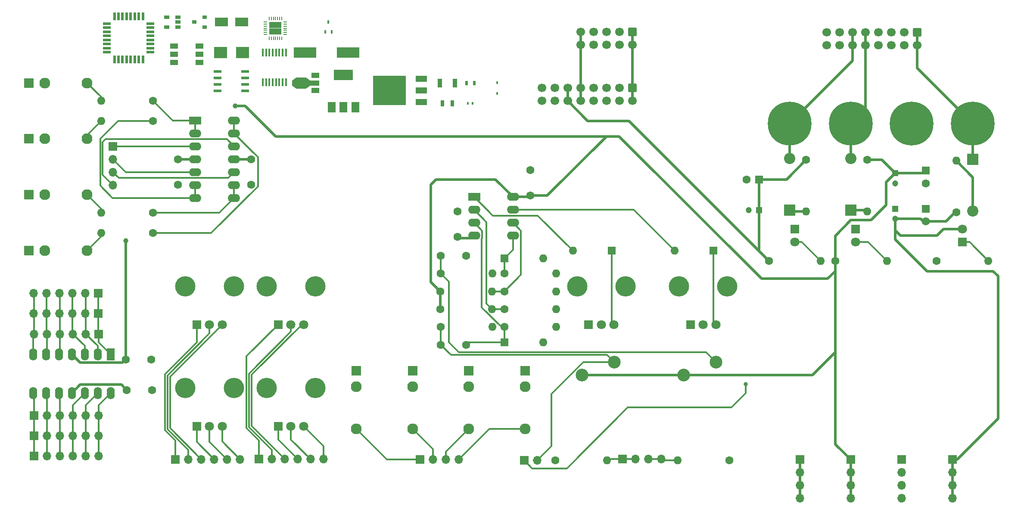
<source format=gtl>
G04 #@! TF.GenerationSoftware,KiCad,Pcbnew,8.0.5*
G04 #@! TF.CreationDate,2024-11-03T10:01:33+01:00*
G04 #@! TF.ProjectId,euro-mate,6575726f-2d6d-4617-9465-2e6b69636164,rev?*
G04 #@! TF.SameCoordinates,Original*
G04 #@! TF.FileFunction,Copper,L1,Top*
G04 #@! TF.FilePolarity,Positive*
%FSLAX46Y46*%
G04 Gerber Fmt 4.6, Leading zero omitted, Abs format (unit mm)*
G04 Created by KiCad (PCBNEW 8.0.5) date 2024-11-03 10:01:33*
%MOMM*%
%LPD*%
G01*
G04 APERTURE LIST*
G04 Aperture macros list*
%AMRoundRect*
0 Rectangle with rounded corners*
0 $1 Rounding radius*
0 $2 $3 $4 $5 $6 $7 $8 $9 X,Y pos of 4 corners*
0 Add a 4 corners polygon primitive as box body*
4,1,4,$2,$3,$4,$5,$6,$7,$8,$9,$2,$3,0*
0 Add four circle primitives for the rounded corners*
1,1,$1+$1,$2,$3*
1,1,$1+$1,$4,$5*
1,1,$1+$1,$6,$7*
1,1,$1+$1,$8,$9*
0 Add four rect primitives between the rounded corners*
20,1,$1+$1,$2,$3,$4,$5,0*
20,1,$1+$1,$4,$5,$6,$7,0*
20,1,$1+$1,$6,$7,$8,$9,0*
20,1,$1+$1,$8,$9,$2,$3,0*%
%AMOutline4P*
0 Free polygon, 4 corners , with rotation*
0 The origin of the aperture is its center*
0 number of corners: always 4*
0 $1 to $8 corner X, Y*
0 $9 Rotation angle, in degrees counterclockwise*
0 create outline with 4 corners*
4,1,4,$1,$2,$3,$4,$5,$6,$7,$8,$1,$2,$9*%
G04 Aperture macros list end*
G04 #@! TA.AperFunction,ComponentPad*
%ADD10C,1.600000*%
G04 #@! TD*
G04 #@! TA.AperFunction,ComponentPad*
%ADD11O,1.600000X1.600000*%
G04 #@! TD*
G04 #@! TA.AperFunction,ComponentPad*
%ADD12R,1.830000X1.930000*%
G04 #@! TD*
G04 #@! TA.AperFunction,ComponentPad*
%ADD13C,2.130000*%
G04 #@! TD*
G04 #@! TA.AperFunction,SMDPad,CuDef*
%ADD14R,0.450000X0.700000*%
G04 #@! TD*
G04 #@! TA.AperFunction,ComponentPad*
%ADD15R,1.700000X1.700000*%
G04 #@! TD*
G04 #@! TA.AperFunction,ComponentPad*
%ADD16O,1.700000X1.700000*%
G04 #@! TD*
G04 #@! TA.AperFunction,ComponentPad*
%ADD17R,1.930000X1.830000*%
G04 #@! TD*
G04 #@! TA.AperFunction,SMDPad,CuDef*
%ADD18R,2.500000X2.300000*%
G04 #@! TD*
G04 #@! TA.AperFunction,ComponentPad*
%ADD19C,2.500000*%
G04 #@! TD*
G04 #@! TA.AperFunction,SMDPad,CuDef*
%ADD20R,0.900000X0.800000*%
G04 #@! TD*
G04 #@! TA.AperFunction,ComponentPad*
%ADD21R,2.200000X2.200000*%
G04 #@! TD*
G04 #@! TA.AperFunction,ComponentPad*
%ADD22O,2.200000X2.200000*%
G04 #@! TD*
G04 #@! TA.AperFunction,ComponentPad*
%ADD23RoundRect,0.250000X-0.600000X0.600000X-0.600000X-0.600000X0.600000X-0.600000X0.600000X0.600000X0*%
G04 #@! TD*
G04 #@! TA.AperFunction,ComponentPad*
%ADD24C,1.700000*%
G04 #@! TD*
G04 #@! TA.AperFunction,SMDPad,CuDef*
%ADD25R,0.900000X1.700000*%
G04 #@! TD*
G04 #@! TA.AperFunction,ComponentPad*
%ADD26R,1.600000X1.600000*%
G04 #@! TD*
G04 #@! TA.AperFunction,SMDPad,CuDef*
%ADD27R,1.500000X2.000000*%
G04 #@! TD*
G04 #@! TA.AperFunction,SMDPad,CuDef*
%ADD28R,3.800000X2.000000*%
G04 #@! TD*
G04 #@! TA.AperFunction,SMDPad,CuDef*
%ADD29R,0.200000X0.800000*%
G04 #@! TD*
G04 #@! TA.AperFunction,SMDPad,CuDef*
%ADD30R,0.800000X0.200000*%
G04 #@! TD*
G04 #@! TA.AperFunction,SMDPad,CuDef*
%ADD31R,1.200000X1.200000*%
G04 #@! TD*
G04 #@! TA.AperFunction,SMDPad,CuDef*
%ADD32R,1.500000X1.000000*%
G04 #@! TD*
G04 #@! TA.AperFunction,SMDPad,CuDef*
%ADD33R,1.800000X1.000000*%
G04 #@! TD*
G04 #@! TA.AperFunction,SMDPad,CuDef*
%ADD34Outline4P,-1.100000X-0.500000X1.100000X-0.500000X0.400000X0.500000X-0.400000X0.500000X270.000000*%
G04 #@! TD*
G04 #@! TA.AperFunction,SMDPad,CuDef*
%ADD35R,1.840000X2.200000*%
G04 #@! TD*
G04 #@! TA.AperFunction,SMDPad,CuDef*
%ADD36Outline4P,-1.100000X-0.425000X1.100000X-0.425000X0.500000X0.425000X-0.500000X0.425000X90.000000*%
G04 #@! TD*
G04 #@! TA.AperFunction,SMDPad,CuDef*
%ADD37R,1.060000X0.650000*%
G04 #@! TD*
G04 #@! TA.AperFunction,SMDPad,CuDef*
%ADD38R,0.700000X1.300000*%
G04 #@! TD*
G04 #@! TA.AperFunction,ComponentPad*
%ADD39R,1.800000X1.800000*%
G04 #@! TD*
G04 #@! TA.AperFunction,ComponentPad*
%ADD40C,1.800000*%
G04 #@! TD*
G04 #@! TA.AperFunction,SMDPad,CuDef*
%ADD41R,1.600000X0.550000*%
G04 #@! TD*
G04 #@! TA.AperFunction,SMDPad,CuDef*
%ADD42R,0.550000X1.600000*%
G04 #@! TD*
G04 #@! TA.AperFunction,ComponentPad*
%ADD43C,8.600000*%
G04 #@! TD*
G04 #@! TA.AperFunction,SMDPad,CuDef*
%ADD44R,1.550000X0.600000*%
G04 #@! TD*
G04 #@! TA.AperFunction,ComponentPad*
%ADD45R,1.200000X1.200000*%
G04 #@! TD*
G04 #@! TA.AperFunction,ComponentPad*
%ADD46C,1.200000*%
G04 #@! TD*
G04 #@! TA.AperFunction,ComponentPad*
%ADD47O,4.000000X4.000000*%
G04 #@! TD*
G04 #@! TA.AperFunction,SMDPad,CuDef*
%ADD48R,0.450000X1.500000*%
G04 #@! TD*
G04 #@! TA.AperFunction,ComponentPad*
%ADD49R,1.600000X2.400000*%
G04 #@! TD*
G04 #@! TA.AperFunction,ComponentPad*
%ADD50O,1.600000X2.400000*%
G04 #@! TD*
G04 #@! TA.AperFunction,ComponentPad*
%ADD51R,2.400000X1.600000*%
G04 #@! TD*
G04 #@! TA.AperFunction,ComponentPad*
%ADD52O,2.400000X1.600000*%
G04 #@! TD*
G04 #@! TA.AperFunction,SMDPad,CuDef*
%ADD53R,0.450000X0.600000*%
G04 #@! TD*
G04 #@! TA.AperFunction,SMDPad,CuDef*
%ADD54R,2.500000X1.800000*%
G04 #@! TD*
G04 #@! TA.AperFunction,SMDPad,CuDef*
%ADD55R,2.200000X1.200000*%
G04 #@! TD*
G04 #@! TA.AperFunction,SMDPad,CuDef*
%ADD56R,3.050000X2.750000*%
G04 #@! TD*
G04 #@! TA.AperFunction,SMDPad,CuDef*
%ADD57R,6.400000X5.800000*%
G04 #@! TD*
G04 #@! TA.AperFunction,SMDPad,CuDef*
%ADD58R,0.500000X0.900000*%
G04 #@! TD*
G04 #@! TA.AperFunction,SMDPad,CuDef*
%ADD59R,0.400000X0.600000*%
G04 #@! TD*
G04 #@! TA.AperFunction,SMDPad,CuDef*
%ADD60R,4.500000X2.000000*%
G04 #@! TD*
G04 #@! TA.AperFunction,SMDPad,CuDef*
%ADD61R,1.600000X1.000000*%
G04 #@! TD*
G04 #@! TA.AperFunction,ViaPad*
%ADD62C,1.000000*%
G04 #@! TD*
G04 #@! TA.AperFunction,ViaPad*
%ADD63C,0.800000*%
G04 #@! TD*
G04 #@! TA.AperFunction,Conductor*
%ADD64C,0.300000*%
G04 #@! TD*
G04 #@! TA.AperFunction,Conductor*
%ADD65C,0.500000*%
G04 #@! TD*
G04 APERTURE END LIST*
D10*
X82860000Y-90500000D03*
D11*
X72700000Y-90500000D03*
D12*
X58520000Y-76000000D03*
D13*
X69920000Y-76000000D03*
X61620000Y-76000000D03*
D10*
X82860000Y-94500000D03*
D11*
X72700000Y-94500000D03*
D10*
X157000000Y-87170000D03*
X157000000Y-82170000D03*
D14*
X116700000Y-55000000D03*
X118000000Y-55000000D03*
X117350000Y-53000000D03*
D15*
X220000000Y-139080000D03*
D16*
X220000000Y-141620000D03*
X220000000Y-144160000D03*
X220000000Y-146700000D03*
D17*
X144950000Y-121600000D03*
D13*
X144950000Y-133000000D03*
X144950000Y-124700000D03*
D18*
X96150000Y-59035000D03*
X100450000Y-59035000D03*
D19*
X187190000Y-122460000D03*
X193540000Y-119920000D03*
D10*
X77540000Y-119380000D03*
X82540000Y-119380000D03*
X139370000Y-106000000D03*
D11*
X149530000Y-106000000D03*
D20*
X93000000Y-54000000D03*
X93000000Y-52100000D03*
X91000000Y-53050000D03*
D10*
X139450000Y-116500000D03*
X144450000Y-116500000D03*
X151920000Y-109500000D03*
D11*
X162080000Y-109500000D03*
D21*
X244000000Y-80000000D03*
D22*
X244000000Y-90160000D03*
D23*
X177080000Y-55000000D03*
D24*
X177080000Y-57540000D03*
X174540000Y-55000000D03*
X174540000Y-57540000D03*
X172000000Y-55000000D03*
X172000000Y-57540000D03*
X169460000Y-55000000D03*
X169460000Y-57540000D03*
X166920000Y-55000000D03*
X166920000Y-57540000D03*
D25*
X139300000Y-65000000D03*
X142200000Y-65000000D03*
D15*
X155825000Y-139225000D03*
D16*
X158365000Y-139225000D03*
D26*
X202000000Y-84000000D03*
D10*
X199500000Y-84000000D03*
X142750000Y-90270000D03*
X142750000Y-95270000D03*
D15*
X135380000Y-139000000D03*
D16*
X137920000Y-139000000D03*
X140460000Y-139000000D03*
X143000000Y-139000000D03*
D26*
X173000000Y-98000000D03*
D11*
X165380000Y-98000000D03*
D21*
X220000000Y-90000000D03*
D22*
X220000000Y-79840000D03*
D10*
X151920000Y-106000000D03*
D11*
X162080000Y-106000000D03*
D27*
X118025000Y-69755000D03*
X120325000Y-69755000D03*
X122625000Y-69755000D03*
D28*
X120325000Y-63455000D03*
D10*
X240750000Y-90460000D03*
D11*
X240750000Y-80300000D03*
D15*
X59490000Y-130380000D03*
D16*
X62030000Y-130380000D03*
X64570000Y-130380000D03*
X67110000Y-130380000D03*
X69650000Y-130380000D03*
X72190000Y-130380000D03*
D10*
X139420000Y-113000000D03*
D11*
X149580000Y-113000000D03*
D23*
X233080000Y-55080000D03*
D24*
X233080000Y-57620000D03*
X230540000Y-55080000D03*
X230540000Y-57620000D03*
X228000000Y-55080000D03*
X228000000Y-57620000D03*
X225460000Y-55080000D03*
X225460000Y-57620000D03*
X222920000Y-55080000D03*
X222920000Y-57620000D03*
X220380000Y-55080000D03*
X220380000Y-57620000D03*
X217840000Y-55080000D03*
X217840000Y-57620000D03*
X215300000Y-55080000D03*
X215300000Y-57620000D03*
D26*
X193000000Y-98000000D03*
D11*
X185380000Y-98000000D03*
D29*
X105750000Y-56200000D03*
X106150000Y-56200000D03*
X106550000Y-56200000D03*
X106950000Y-56200000D03*
X107350000Y-56200000D03*
X107750000Y-56200000D03*
X108150000Y-56200000D03*
D30*
X108900000Y-55450000D03*
X108900000Y-55050000D03*
X108900000Y-54650000D03*
X108900000Y-54250000D03*
X108900000Y-53850000D03*
X108900000Y-53450000D03*
X108900000Y-53050000D03*
D29*
X108150000Y-52300000D03*
X107750000Y-52300000D03*
X107350000Y-52300000D03*
X106950000Y-52300000D03*
X106550000Y-52300000D03*
X106150000Y-52300000D03*
X105750000Y-52300000D03*
D30*
X105000000Y-53050000D03*
X105000000Y-53450000D03*
X105000000Y-53850000D03*
X105000000Y-54250000D03*
X105000000Y-54650000D03*
X105000000Y-55050000D03*
X105000000Y-55450000D03*
D31*
X106350000Y-54850000D03*
X107550000Y-54850000D03*
X106350000Y-53650000D03*
X107550000Y-53650000D03*
D10*
X236920000Y-100000000D03*
D11*
X247080000Y-100000000D03*
D32*
X114813500Y-66500000D03*
D33*
X114667000Y-65000000D03*
D34*
X113409700Y-65000000D03*
D35*
X112000000Y-65000000D03*
D36*
X110666500Y-65000000D03*
D32*
X114813500Y-63500000D03*
D37*
X87800000Y-54000000D03*
X87800000Y-53050000D03*
X87800000Y-52100000D03*
X85600000Y-52100000D03*
X85600000Y-54000000D03*
D12*
X58520000Y-65000000D03*
D13*
X69920000Y-65000000D03*
X61620000Y-65000000D03*
D10*
X139420000Y-102500000D03*
D11*
X149580000Y-102500000D03*
D10*
X139450000Y-99000000D03*
X144450000Y-99000000D03*
D15*
X59490000Y-138380000D03*
D16*
X62030000Y-138380000D03*
X64570000Y-138380000D03*
X67110000Y-138380000D03*
X69650000Y-138380000D03*
X72190000Y-138380000D03*
D10*
X82700000Y-125380000D03*
X77700000Y-125380000D03*
D38*
X139800000Y-69000000D03*
X141700000Y-69000000D03*
D26*
X151950000Y-99500000D03*
D11*
X159570000Y-99500000D03*
D39*
X242000000Y-96280000D03*
D40*
X242000000Y-93740000D03*
D12*
X58520000Y-98000000D03*
D13*
X69920000Y-98000000D03*
X61620000Y-98000000D03*
D10*
X161920000Y-139250000D03*
D11*
X172080000Y-139250000D03*
D41*
X82350000Y-58950000D03*
X82350000Y-58150000D03*
X82350000Y-57350000D03*
X82350000Y-56550000D03*
X82350000Y-55750000D03*
X82350000Y-54950000D03*
X82350000Y-54150000D03*
X82350000Y-53350000D03*
D42*
X80900000Y-51900000D03*
X80100000Y-51900000D03*
X79300000Y-51900000D03*
X78500000Y-51900000D03*
X77700000Y-51900000D03*
X76900000Y-51900000D03*
X76100000Y-51900000D03*
X75300000Y-51900000D03*
D41*
X73850000Y-53350000D03*
X73850000Y-54150000D03*
X73850000Y-54950000D03*
X73850000Y-55750000D03*
X73850000Y-56550000D03*
X73850000Y-57350000D03*
X73850000Y-58150000D03*
X73850000Y-58950000D03*
D42*
X75300000Y-60400000D03*
X76100000Y-60400000D03*
X76900000Y-60400000D03*
X77700000Y-60400000D03*
X78500000Y-60400000D03*
X79300000Y-60400000D03*
X80100000Y-60400000D03*
X80900000Y-60400000D03*
D10*
X223250000Y-80140000D03*
D11*
X223250000Y-90300000D03*
D43*
X220000000Y-73000000D03*
D10*
X82860000Y-68500000D03*
D11*
X72700000Y-68500000D03*
D44*
X101000000Y-66540000D03*
X101000000Y-65270000D03*
X101000000Y-64000000D03*
X101000000Y-62730000D03*
X95600000Y-62730000D03*
X95600000Y-64000000D03*
X95600000Y-65270000D03*
X95600000Y-66540000D03*
D10*
X139340000Y-109500000D03*
D11*
X149500000Y-109500000D03*
D10*
X196160000Y-139250000D03*
D11*
X186000000Y-139250000D03*
D45*
X228750000Y-82750000D03*
D46*
X228750000Y-84750000D03*
D15*
X230000000Y-139080000D03*
D16*
X230000000Y-141620000D03*
X230000000Y-144160000D03*
X230000000Y-146700000D03*
D10*
X82860000Y-72500000D03*
D11*
X72700000Y-72500000D03*
D47*
X89250000Y-125000000D03*
X98750000Y-125000000D03*
D39*
X91500000Y-132500000D03*
D40*
X94000000Y-132500000D03*
X96500000Y-132500000D03*
D47*
X166250000Y-105000000D03*
X175750000Y-105000000D03*
D39*
X168500000Y-112500000D03*
D40*
X171000000Y-112500000D03*
X173500000Y-112500000D03*
D10*
X211250000Y-80140000D03*
D11*
X211250000Y-90300000D03*
D15*
X175130000Y-138950000D03*
D16*
X177670000Y-138950000D03*
X180210000Y-138950000D03*
X182750000Y-138950000D03*
D47*
X105250000Y-105000000D03*
X114750000Y-105000000D03*
D39*
X107500000Y-112500000D03*
D40*
X110000000Y-112500000D03*
X112500000Y-112500000D03*
D43*
X244000000Y-73000000D03*
D48*
X104450000Y-64900000D03*
X105100000Y-64900000D03*
X105750000Y-64900000D03*
X106400000Y-64900000D03*
X107050000Y-64900000D03*
X107700000Y-64900000D03*
X108350000Y-64900000D03*
X109000000Y-64900000D03*
X109000000Y-59000000D03*
X108350000Y-59000000D03*
X107700000Y-59000000D03*
X107050000Y-59000000D03*
X106400000Y-59000000D03*
X105750000Y-59000000D03*
X105100000Y-59000000D03*
X104450000Y-59000000D03*
D47*
X186250000Y-105000000D03*
X195750000Y-105000000D03*
D39*
X188500000Y-112500000D03*
D40*
X191000000Y-112500000D03*
X193500000Y-112500000D03*
D45*
X228750000Y-89750000D03*
D46*
X228750000Y-91750000D03*
D15*
X72190000Y-114380000D03*
D16*
X69650000Y-114380000D03*
X67110000Y-114380000D03*
X64570000Y-114380000D03*
X62030000Y-114380000D03*
X59490000Y-114380000D03*
D43*
X208000000Y-73000000D03*
D10*
X216970000Y-100000000D03*
D11*
X227130000Y-100000000D03*
D49*
X74540000Y-118380000D03*
D50*
X72000000Y-118380000D03*
X69460000Y-118380000D03*
X66920000Y-118380000D03*
X64380000Y-118380000D03*
X61840000Y-118380000D03*
X59300000Y-118380000D03*
X59300000Y-126000000D03*
X61840000Y-126000000D03*
X64380000Y-126000000D03*
X66920000Y-126000000D03*
X69460000Y-126000000D03*
X72000000Y-126000000D03*
X74540000Y-126000000D03*
D10*
X203920000Y-100000000D03*
D11*
X214080000Y-100000000D03*
D17*
X156000000Y-121600000D03*
D13*
X156000000Y-133000000D03*
X156000000Y-124700000D03*
D15*
X72140000Y-106380000D03*
D16*
X69600000Y-106380000D03*
X67060000Y-106380000D03*
X64520000Y-106380000D03*
X61980000Y-106380000D03*
X59440000Y-106380000D03*
D51*
X146000000Y-87420000D03*
D52*
X146000000Y-89960000D03*
X146000000Y-92500000D03*
X146000000Y-95040000D03*
X153620000Y-95040000D03*
X153620000Y-92500000D03*
X153620000Y-89960000D03*
X153620000Y-87420000D03*
D51*
X91200000Y-72375000D03*
D52*
X91200000Y-74915000D03*
X91200000Y-77455000D03*
X91200000Y-79995000D03*
X91200000Y-82535000D03*
X91200000Y-85075000D03*
X91200000Y-87615000D03*
X98820000Y-87615000D03*
X98820000Y-85075000D03*
X98820000Y-82535000D03*
X98820000Y-79995000D03*
X98820000Y-77455000D03*
X98820000Y-74915000D03*
X98820000Y-72375000D03*
D43*
X232000000Y-73000000D03*
D39*
X209000000Y-93730000D03*
D40*
X209000000Y-96270000D03*
D10*
X151920000Y-102500000D03*
D11*
X162080000Y-102500000D03*
D15*
X103675000Y-138975000D03*
D16*
X106215000Y-138975000D03*
X108755000Y-138975000D03*
X111295000Y-138975000D03*
X113835000Y-138975000D03*
X116375000Y-138975000D03*
D15*
X210000000Y-139080000D03*
D16*
X210000000Y-141620000D03*
X210000000Y-144160000D03*
X210000000Y-146700000D03*
D21*
X208000000Y-90000000D03*
D22*
X208000000Y-79840000D03*
D53*
X150500000Y-67050000D03*
X150500000Y-64950000D03*
D39*
X221000000Y-93730000D03*
D40*
X221000000Y-96270000D03*
D47*
X105250000Y-125000000D03*
X114750000Y-125000000D03*
D39*
X107500000Y-132500000D03*
D40*
X110000000Y-132500000D03*
X112500000Y-132500000D03*
D54*
X100300000Y-53035000D03*
X96300000Y-53035000D03*
D55*
X135625000Y-68755000D03*
X135625000Y-66475000D03*
D56*
X131000000Y-68000000D03*
X131000000Y-64950000D03*
D57*
X129325000Y-66475000D03*
D56*
X127650000Y-68000000D03*
X127650000Y-64950000D03*
D55*
X135625000Y-64195000D03*
D58*
X146000000Y-65000000D03*
X144500000Y-65000000D03*
D59*
X145700000Y-69000000D03*
X144800000Y-69000000D03*
D15*
X72140000Y-110380000D03*
D16*
X69600000Y-110380000D03*
X67060000Y-110380000D03*
X64520000Y-110380000D03*
X61980000Y-110380000D03*
X59440000Y-110380000D03*
D17*
X133900000Y-121600000D03*
D13*
X133900000Y-133000000D03*
X133900000Y-124700000D03*
D45*
X202000000Y-90000000D03*
D46*
X200000000Y-90000000D03*
D15*
X87300000Y-139000000D03*
D16*
X89840000Y-139000000D03*
X92380000Y-139000000D03*
X94920000Y-139000000D03*
X97460000Y-139000000D03*
X100000000Y-139000000D03*
D23*
X177080000Y-66000000D03*
D24*
X177080000Y-68540000D03*
X174540000Y-66000000D03*
X174540000Y-68540000D03*
X172000000Y-66000000D03*
X172000000Y-68540000D03*
X169460000Y-66000000D03*
X169460000Y-68540000D03*
X166920000Y-66000000D03*
X166920000Y-68540000D03*
X164380000Y-66000000D03*
X164380000Y-68540000D03*
X161840000Y-66000000D03*
X161840000Y-68540000D03*
X159300000Y-66000000D03*
X159300000Y-68540000D03*
D12*
X58520000Y-87000000D03*
D13*
X69920000Y-87000000D03*
X61620000Y-87000000D03*
D15*
X75000000Y-77460000D03*
D16*
X75000000Y-80000000D03*
X75000000Y-82540000D03*
X75000000Y-85080000D03*
D10*
X151920000Y-113000000D03*
D11*
X162080000Y-113000000D03*
D17*
X122850000Y-121600000D03*
D13*
X122850000Y-133000000D03*
X122850000Y-124700000D03*
D15*
X59490000Y-134380000D03*
D16*
X62030000Y-134380000D03*
X64570000Y-134380000D03*
X67110000Y-134380000D03*
X69650000Y-134380000D03*
X72190000Y-134380000D03*
D10*
X87800000Y-80000000D03*
X87800000Y-85000000D03*
D15*
X240000000Y-139080000D03*
D16*
X240000000Y-141620000D03*
X240000000Y-144160000D03*
X240000000Y-146700000D03*
D26*
X151950000Y-116000000D03*
D11*
X159570000Y-116000000D03*
D60*
X121250000Y-59000000D03*
X112750000Y-59000000D03*
D47*
X89250000Y-105000000D03*
X98750000Y-105000000D03*
D39*
X91500000Y-112500000D03*
D40*
X94000000Y-112500000D03*
X96500000Y-112500000D03*
D61*
X92000000Y-61000000D03*
X92000000Y-59400000D03*
X92000000Y-57800000D03*
X87000000Y-57800000D03*
X87000000Y-59400000D03*
X87000000Y-61000000D03*
D10*
X102200000Y-85000000D03*
X102200000Y-80000000D03*
D26*
X234750000Y-82250000D03*
D10*
X234750000Y-84750000D03*
D19*
X167190000Y-122460000D03*
X173540000Y-119920000D03*
D26*
X234750000Y-89750000D03*
D10*
X234750000Y-92250000D03*
D62*
X77540000Y-96000000D03*
X99000000Y-69500000D03*
D63*
X199400000Y-124200000D03*
D64*
X87300000Y-139000000D02*
X87300000Y-135334212D01*
X87300000Y-135334212D02*
X85250000Y-133284212D01*
X85250000Y-133284212D02*
X85250000Y-122250000D01*
X91500000Y-116000000D02*
X91500000Y-112500000D01*
X85250000Y-122250000D02*
X91500000Y-116000000D01*
X89840000Y-139000000D02*
X89840000Y-137167106D01*
X89840000Y-137167106D02*
X86042894Y-133370000D01*
X86042893Y-133370000D02*
X85750000Y-133077107D01*
X86042894Y-133370000D02*
X86042893Y-133370000D01*
X85750000Y-133077107D02*
X85750000Y-122500000D01*
X85750000Y-122500000D02*
X94000000Y-114250000D01*
X94000000Y-114250000D02*
X94000000Y-112500000D01*
X96500000Y-112500000D02*
X86250000Y-122750000D01*
X86250000Y-122750000D02*
X86250000Y-132870000D01*
X86250000Y-132870000D02*
X92380000Y-139000000D01*
X103675000Y-138975000D02*
X103675000Y-135309212D01*
X101250002Y-132884214D02*
X101250002Y-118749998D01*
X101250002Y-118749998D02*
X107500000Y-112500000D01*
X103675000Y-135309212D02*
X101250002Y-132884214D01*
X101750000Y-132677107D02*
X101750000Y-122167893D01*
X106215000Y-137142106D02*
X102042894Y-132970000D01*
X106215000Y-138975000D02*
X106215000Y-137142106D01*
X102042893Y-132970000D02*
X101750000Y-132677107D01*
X102042894Y-132970000D02*
X102042893Y-132970000D01*
X101750000Y-122167893D02*
X110000000Y-113917893D01*
X110000000Y-113917893D02*
X110000000Y-112500000D01*
X108755000Y-138975000D02*
X102250000Y-132470000D01*
X112125000Y-112500000D02*
X112500000Y-112500000D01*
X102250000Y-132470000D02*
X102250000Y-122375000D01*
X102250000Y-122375000D02*
X112125000Y-112500000D01*
D65*
X216970000Y-100000000D02*
X216970000Y-102000000D01*
X216970000Y-95060000D02*
X220030000Y-92000000D01*
X137500000Y-104130000D02*
X137500000Y-85000000D01*
X137500000Y-85000000D02*
X138500000Y-84000000D01*
X220000000Y-139080000D02*
X220000000Y-141620000D01*
X76890000Y-120030000D02*
X68570000Y-120030000D01*
X166920000Y-66000000D02*
X166920000Y-68540000D01*
X150200000Y-84000000D02*
X153620000Y-87420000D01*
X172000000Y-75500000D02*
X160330000Y-87170000D01*
X216970000Y-118000000D02*
X216970000Y-136050000D01*
X212510000Y-122460000D02*
X187190000Y-122460000D01*
X174500000Y-75500000D02*
X172000000Y-75500000D01*
X77540000Y-119380000D02*
X76890000Y-120030000D01*
X224000000Y-92000000D02*
X227000000Y-89000000D01*
X160330000Y-87170000D02*
X157000000Y-87170000D01*
X220000000Y-141620000D02*
X220000000Y-144160000D01*
X216970000Y-102000000D02*
X216970000Y-118000000D01*
X216970000Y-136050000D02*
X220000000Y-139080000D01*
X216970000Y-118000000D02*
X212510000Y-122460000D01*
X220000000Y-146700000D02*
X220000000Y-144160000D01*
X227000000Y-84500000D02*
X228750000Y-82750000D01*
X77540000Y-96000000D02*
X77540000Y-119380000D01*
X216970000Y-102000000D02*
X215470000Y-103500000D01*
X223250000Y-80140000D02*
X226140000Y-80140000D01*
X107000000Y-75500000D02*
X172000000Y-75500000D01*
X101000000Y-69500000D02*
X107000000Y-75500000D01*
X166920000Y-55000000D02*
X166920000Y-57540000D01*
X215470000Y-103500000D02*
X202500000Y-103500000D01*
X227000000Y-89000000D02*
X227000000Y-84500000D01*
X139340000Y-106030000D02*
X139370000Y-106000000D01*
X91195000Y-80000000D02*
X91200000Y-79995000D01*
X99000000Y-69500000D02*
X101000000Y-69500000D01*
X226140000Y-80140000D02*
X228750000Y-82750000D01*
X153620000Y-87420000D02*
X156750000Y-87420000D01*
X68570000Y-120030000D02*
X66920000Y-118380000D01*
X138500000Y-84000000D02*
X150200000Y-84000000D01*
X202500000Y-103500000D02*
X174500000Y-75500000D01*
X166920000Y-57540000D02*
X166920000Y-66000000D01*
X234250000Y-82750000D02*
X234750000Y-82250000D01*
X216970000Y-100000000D02*
X216970000Y-95060000D01*
X156750000Y-87420000D02*
X157000000Y-87170000D01*
X139340000Y-109500000D02*
X139340000Y-106030000D01*
X187190000Y-122460000D02*
X167190000Y-122460000D01*
X228750000Y-82750000D02*
X234250000Y-82750000D01*
X87800000Y-80000000D02*
X91195000Y-80000000D01*
X139370000Y-106000000D02*
X137500000Y-104130000D01*
X220030000Y-92000000D02*
X224000000Y-92000000D01*
X146000000Y-95040000D02*
X145540000Y-95500000D01*
X240920000Y-139080000D02*
X240000000Y-139080000D01*
X229750000Y-95000000D02*
X237000000Y-95000000D01*
X240540000Y-90460000D02*
X238750000Y-92250000D01*
X145540000Y-95500000D02*
X142980000Y-95500000D01*
X76670000Y-124350000D02*
X68570000Y-124350000D01*
X177080000Y-66000000D02*
X177080000Y-68540000D01*
X228750000Y-95750000D02*
X235000000Y-102000000D01*
X248000000Y-102000000D02*
X249000000Y-103000000D01*
X235000000Y-102000000D02*
X248000000Y-102000000D01*
X228750000Y-91750000D02*
X228750000Y-93000000D01*
X177080000Y-66000000D02*
X177080000Y-57540000D01*
X249000000Y-131000000D02*
X240920000Y-139080000D01*
X98820000Y-79995000D02*
X102195000Y-79995000D01*
X249000000Y-103000000D02*
X249000000Y-131000000D01*
X68570000Y-124350000D02*
X66920000Y-126000000D01*
X77700000Y-125380000D02*
X76670000Y-124350000D01*
X228750000Y-94000000D02*
X228750000Y-95750000D01*
X102195000Y-79995000D02*
X102200000Y-80000000D01*
X240000000Y-139080000D02*
X240000000Y-141620000D01*
X238260000Y-93740000D02*
X242000000Y-93740000D01*
X228750000Y-94000000D02*
X229750000Y-95000000D01*
X234250000Y-92250000D02*
X233750000Y-91750000D01*
X237000000Y-95000000D02*
X238260000Y-93740000D01*
X177080000Y-55000000D02*
X177080000Y-57540000D01*
X228750000Y-93000000D02*
X228750000Y-94000000D01*
X234750000Y-92250000D02*
X234250000Y-92250000D01*
X240750000Y-90460000D02*
X240540000Y-90460000D01*
X240000000Y-144160000D02*
X240000000Y-146700000D01*
X238750000Y-92250000D02*
X234750000Y-92250000D01*
X240000000Y-141620000D02*
X240000000Y-144160000D01*
X142980000Y-95500000D02*
X142750000Y-95270000D01*
X233750000Y-91750000D02*
X228750000Y-91750000D01*
X220380000Y-55080000D02*
X220380000Y-57620000D01*
X220380000Y-57620000D02*
X220380000Y-60620000D01*
X208000000Y-73000000D02*
X208000000Y-79840000D01*
X220380000Y-60620000D02*
X208000000Y-73000000D01*
X211250000Y-90300000D02*
X208300000Y-90300000D01*
X208300000Y-90300000D02*
X208000000Y-90000000D01*
X220000000Y-79840000D02*
X220000000Y-73000000D01*
X222920000Y-55080000D02*
X222920000Y-57620000D01*
X222920000Y-70080000D02*
X220000000Y-73000000D01*
X222920000Y-57620000D02*
X222920000Y-70080000D01*
X220000000Y-90000000D02*
X222950000Y-90000000D01*
X222950000Y-90000000D02*
X223250000Y-90300000D01*
X244000000Y-83550000D02*
X240750000Y-80300000D01*
X244000000Y-90160000D02*
X244000000Y-83550000D01*
X244000000Y-80000000D02*
X244000000Y-73000000D01*
X244000000Y-73000000D02*
X233080000Y-62080000D01*
X233080000Y-62080000D02*
X233080000Y-57620000D01*
X233080000Y-57620000D02*
X233080000Y-55080000D01*
X164380000Y-68540000D02*
X164380000Y-66000000D01*
X202000000Y-84000000D02*
X202000000Y-90000000D01*
X203920000Y-100000000D02*
X176420000Y-72500000D01*
X210000000Y-141620000D02*
X210000000Y-144160000D01*
X210000000Y-146700000D02*
X210000000Y-144160000D01*
X176420000Y-72500000D02*
X168340000Y-72500000D01*
X210000000Y-139080000D02*
X210000000Y-141620000D01*
X207390000Y-84000000D02*
X202000000Y-84000000D01*
X211250000Y-80140000D02*
X207390000Y-84000000D01*
X168340000Y-72500000D02*
X164380000Y-68540000D01*
X202000000Y-90000000D02*
X202000000Y-98080000D01*
X202000000Y-98080000D02*
X203920000Y-100000000D01*
D64*
X173500000Y-112500000D02*
X173000000Y-112000000D01*
X173000000Y-112000000D02*
X173000000Y-98000000D01*
X135380000Y-139000000D02*
X128850000Y-139000000D01*
X128850000Y-139000000D02*
X122850000Y-133000000D01*
X133900000Y-133000000D02*
X137920000Y-137020000D01*
X137920000Y-137020000D02*
X137920000Y-139000000D01*
X149000000Y-133000000D02*
X156000000Y-133000000D01*
X143000000Y-139000000D02*
X149000000Y-133000000D01*
X140460000Y-139000000D02*
X140460000Y-137490000D01*
X140460000Y-137490000D02*
X144950000Y-133000000D01*
X193000000Y-98000000D02*
X193000000Y-112000000D01*
X193000000Y-112000000D02*
X193500000Y-112500000D01*
X210350000Y-96270000D02*
X214080000Y-100000000D01*
X209000000Y-96270000D02*
X210350000Y-96270000D01*
X242000000Y-96280000D02*
X243360000Y-96280000D01*
X243360000Y-96280000D02*
X247080000Y-100000000D01*
X86735000Y-72375000D02*
X82860000Y-68500000D01*
X91200000Y-72375000D02*
X86735000Y-72375000D01*
X91200000Y-74915000D02*
X91200000Y-72375000D01*
X91200000Y-85075000D02*
X91200000Y-87615000D01*
X91200000Y-87615000D02*
X74915000Y-87615000D01*
X72500000Y-85200000D02*
X72500000Y-76000000D01*
X72500000Y-76000000D02*
X76000000Y-72500000D01*
X76000000Y-72500000D02*
X82860000Y-72500000D01*
X74915000Y-87615000D02*
X72500000Y-85200000D01*
X95935000Y-90500000D02*
X98820000Y-87615000D01*
X98820000Y-87615000D02*
X98820000Y-85075000D01*
X82860000Y-90500000D02*
X95935000Y-90500000D01*
X103500000Y-79595000D02*
X98820000Y-74915000D01*
X98820000Y-74915000D02*
X98820000Y-72375000D01*
X82860000Y-94500000D02*
X94326346Y-94500000D01*
X103500000Y-85326346D02*
X103500000Y-79595000D01*
X94326346Y-94500000D02*
X103500000Y-85326346D01*
X151373654Y-113000000D02*
X151920000Y-113000000D01*
X147500000Y-109126346D02*
X151373654Y-113000000D01*
X151950000Y-116000000D02*
X144950000Y-116000000D01*
X144950000Y-116000000D02*
X144450000Y-116500000D01*
X147550000Y-94050000D02*
X147550000Y-95516346D01*
X146000000Y-92500000D02*
X147550000Y-94050000D01*
X147550000Y-95516346D02*
X147500000Y-95566346D01*
X147500000Y-95566346D02*
X147500000Y-109126346D01*
X151920000Y-115970000D02*
X151950000Y-116000000D01*
X151920000Y-113000000D02*
X151920000Y-115970000D01*
X151950000Y-102470000D02*
X151920000Y-102500000D01*
X151950000Y-99500000D02*
X151950000Y-102470000D01*
X153620000Y-97830000D02*
X151950000Y-99500000D01*
X153620000Y-95040000D02*
X153620000Y-97830000D01*
X158490000Y-91110000D02*
X149690000Y-91110000D01*
X149690000Y-91110000D02*
X146000000Y-87420000D01*
X165380000Y-98000000D02*
X158490000Y-91110000D01*
X177340000Y-89960000D02*
X185380000Y-98000000D01*
X153620000Y-89960000D02*
X177340000Y-89960000D01*
X223400000Y-96270000D02*
X227130000Y-100000000D01*
X221000000Y-96270000D02*
X223400000Y-96270000D01*
X72700000Y-67780000D02*
X72700000Y-68500000D01*
X69920000Y-65000000D02*
X72700000Y-67780000D01*
X72700000Y-72500000D02*
X69920000Y-75280000D01*
X69920000Y-75280000D02*
X69920000Y-76000000D01*
X72700000Y-89780000D02*
X72700000Y-90500000D01*
X69920000Y-87000000D02*
X72700000Y-89780000D01*
X72700000Y-95220000D02*
X72700000Y-94500000D01*
X69920000Y-98000000D02*
X72700000Y-95220000D01*
X97670000Y-83685000D02*
X98820000Y-82535000D01*
X76145000Y-83685000D02*
X97670000Y-83685000D01*
X75000000Y-82540000D02*
X76145000Y-83685000D01*
X73000000Y-83080000D02*
X73000000Y-76600000D01*
X75000000Y-85080000D02*
X73000000Y-83080000D01*
X73000000Y-76600000D02*
X73535000Y-76065000D01*
X73535000Y-76065000D02*
X97430000Y-76065000D01*
X97430000Y-76065000D02*
X98820000Y-77455000D01*
X91200000Y-77455000D02*
X75005000Y-77455000D01*
X75005000Y-77455000D02*
X75000000Y-77460000D01*
X77535000Y-82535000D02*
X91200000Y-82535000D01*
X75000000Y-80000000D02*
X77535000Y-82535000D01*
X148380000Y-104980000D02*
X148380000Y-108380000D01*
X148380000Y-108380000D02*
X149500000Y-109500000D01*
X146000000Y-89960000D02*
X148430000Y-92390000D01*
X148430000Y-104930000D02*
X148380000Y-104980000D01*
X151920000Y-109500000D02*
X149500000Y-109500000D01*
X148430000Y-92390000D02*
X148430000Y-104930000D01*
X151920000Y-106000000D02*
X155170000Y-102750000D01*
X155170000Y-94050000D02*
X153620000Y-92500000D01*
X149530000Y-106000000D02*
X151920000Y-106000000D01*
X155170000Y-102750000D02*
X155170000Y-94050000D01*
X161200000Y-126187258D02*
X167467258Y-119920000D01*
X167467258Y-119920000D02*
X173540000Y-119920000D01*
X172120000Y-118500000D02*
X141450000Y-118500000D01*
X161200000Y-136390000D02*
X161200000Y-126187258D01*
X139450000Y-113030000D02*
X139420000Y-113000000D01*
X141450000Y-118500000D02*
X139450000Y-116500000D01*
X158365000Y-139225000D02*
X161200000Y-136390000D01*
X139450000Y-116500000D02*
X139450000Y-113030000D01*
X173540000Y-119920000D02*
X172120000Y-118500000D01*
X176200000Y-128800000D02*
X196600000Y-128800000D01*
X196600000Y-128800000D02*
X199400000Y-126000000D01*
X141000000Y-104080000D02*
X139420000Y-102500000D01*
X139450000Y-102470000D02*
X139420000Y-102500000D01*
X157400000Y-140800000D02*
X164200000Y-140800000D01*
X143000000Y-118000000D02*
X141000000Y-116000000D01*
X164200000Y-140800000D02*
X176200000Y-128800000D01*
X155825000Y-139225000D02*
X157400000Y-140800000D01*
X193540000Y-119920000D02*
X191620000Y-118000000D01*
X141000000Y-116000000D02*
X141000000Y-104080000D01*
X199400000Y-126000000D02*
X199400000Y-124200000D01*
X191620000Y-118000000D02*
X143000000Y-118000000D01*
X139450000Y-99000000D02*
X139450000Y-102470000D01*
X64570000Y-114380000D02*
X64570000Y-118190000D01*
X64570000Y-118190000D02*
X64380000Y-118380000D01*
X64570000Y-106430000D02*
X64520000Y-106380000D01*
X64570000Y-114380000D02*
X64570000Y-106430000D01*
X67060000Y-106380000D02*
X67060000Y-114330000D01*
X67110000Y-114380000D02*
X69460000Y-116730000D01*
X69460000Y-116730000D02*
X69460000Y-118380000D01*
X67060000Y-114330000D02*
X67110000Y-114380000D01*
X62030000Y-118190000D02*
X61840000Y-118380000D01*
X61980000Y-106380000D02*
X61980000Y-114330000D01*
X61980000Y-114330000D02*
X62030000Y-114380000D01*
X62030000Y-114380000D02*
X62030000Y-118190000D01*
X59490000Y-114380000D02*
X59490000Y-106430000D01*
X59490000Y-114380000D02*
X59490000Y-114810000D01*
X59490000Y-106430000D02*
X59440000Y-106380000D01*
X59300000Y-115000000D02*
X59300000Y-118380000D01*
X59490000Y-114810000D02*
X59300000Y-115000000D01*
X69650000Y-106430000D02*
X69600000Y-106380000D01*
X69650000Y-114380000D02*
X69650000Y-106430000D01*
X69650000Y-114380000D02*
X72000000Y-116730000D01*
X72000000Y-116730000D02*
X72000000Y-118380000D01*
X72190000Y-114380000D02*
X72190000Y-116030000D01*
X72190000Y-116030000D02*
X74540000Y-118380000D01*
X72140000Y-106380000D02*
X72140000Y-114330000D01*
X72140000Y-114330000D02*
X72190000Y-114380000D01*
X64570000Y-130380000D02*
X64570000Y-138380000D01*
X64570000Y-130380000D02*
X64570000Y-126190000D01*
X64570000Y-126190000D02*
X64380000Y-126000000D01*
X67110000Y-130380000D02*
X67110000Y-128350000D01*
X67110000Y-128350000D02*
X69460000Y-126000000D01*
X67110000Y-138380000D02*
X67110000Y-130380000D01*
X59490000Y-130380000D02*
X59490000Y-126190000D01*
X59490000Y-126190000D02*
X59300000Y-126000000D01*
X59490000Y-130380000D02*
X59490000Y-138380000D01*
X62030000Y-126190000D02*
X61840000Y-126000000D01*
X62030000Y-138380000D02*
X62030000Y-130380000D01*
X62030000Y-130380000D02*
X62030000Y-126190000D01*
X72190000Y-138380000D02*
X72190000Y-130380000D01*
X72190000Y-128350000D02*
X74540000Y-126000000D01*
X72190000Y-130380000D02*
X72190000Y-128350000D01*
X69650000Y-128350000D02*
X72000000Y-126000000D01*
X69650000Y-130380000D02*
X69650000Y-138380000D01*
X69650000Y-130380000D02*
X69650000Y-128350000D01*
X97460000Y-139000000D02*
X94000000Y-135540000D01*
X94000000Y-135540000D02*
X94000000Y-132500000D01*
X96500000Y-132500000D02*
X96500000Y-135500000D01*
X96500000Y-135500000D02*
X100000000Y-139000000D01*
X91500000Y-135580000D02*
X91500000Y-132500000D01*
X94920000Y-139000000D02*
X91500000Y-135580000D01*
X112500000Y-132500000D02*
X116375000Y-136375000D01*
X116375000Y-136375000D02*
X116375000Y-138975000D01*
X107500000Y-135180000D02*
X107500000Y-132500000D01*
X111295000Y-138975000D02*
X107500000Y-135180000D01*
X110000000Y-132500000D02*
X110000000Y-135140000D01*
X110000000Y-135140000D02*
X113835000Y-138975000D01*
X182750000Y-138950000D02*
X180210000Y-138950000D01*
X183050000Y-139250000D02*
X182750000Y-138950000D01*
X186000000Y-139250000D02*
X183050000Y-139250000D01*
X175130000Y-138950000D02*
X172380000Y-138950000D01*
X172380000Y-138950000D02*
X172080000Y-139250000D01*
X177670000Y-138950000D02*
X175130000Y-138950000D01*
M02*

</source>
